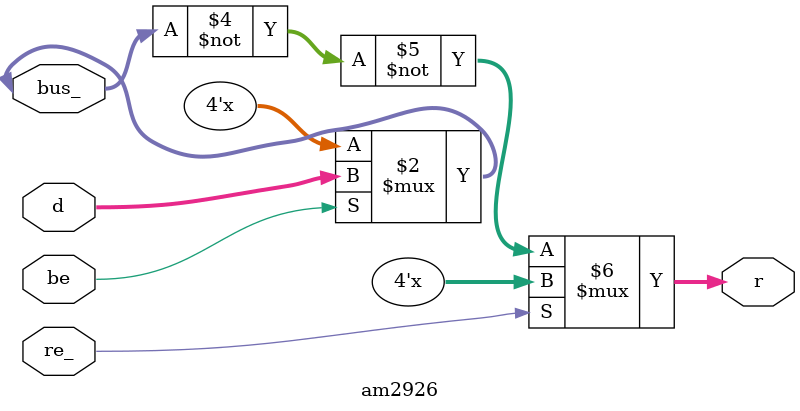
<source format=v>


module am2926(d, be, re_, bus_, r);
parameter WIDTH=4;
input [WIDTH-1:0] d;
input be, re_;
inout [WIDTH-1:0] bus_;
output [WIDTH-1:0] r;

assign bus_ = (be=='b0) ? {WIDTH{1'bZ}} : d;
assign r = (re_=='b0) ? ~(~bus_) : {WIDTH{1'bZ}};

endmodule

</source>
